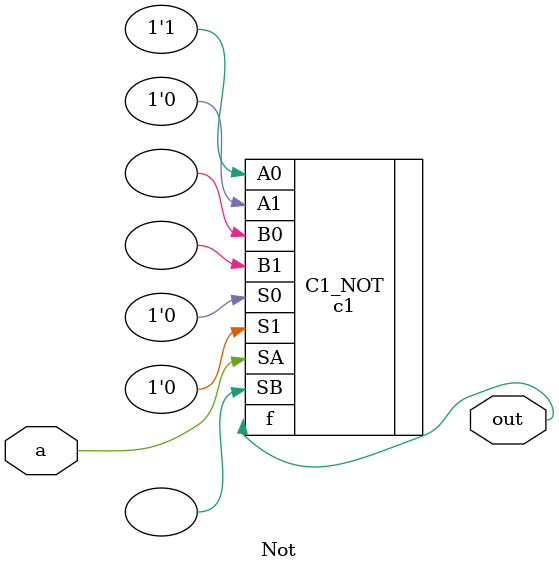
<source format=v>
module Not(input a,output out);
	c1 C1_NOT(.A0(1'b1),.A1(1'b0),.SA(a),.B0(),.B1(),.SB(),.S0(1'b0),.S1(1'b0),.f(out));
endmodule

</source>
